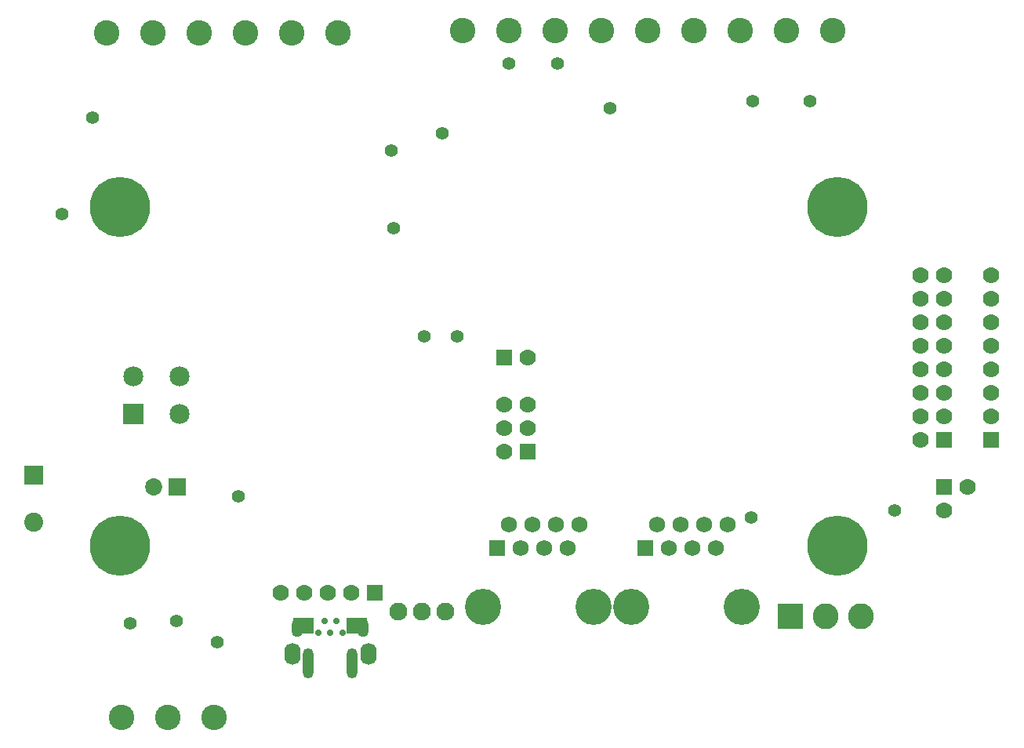
<source format=gbs>
G04 (created by PCBNEW (2013-07-07 BZR 4022)-stable) date 4/21/2018 10:45:42 AM*
%MOIN*%
G04 Gerber Fmt 3.4, Leading zero omitted, Abs format*
%FSLAX34Y34*%
G01*
G70*
G90*
G04 APERTURE LIST*
%ADD10C,0.00590551*%
%ADD11R,0.11X0.11*%
%ADD12C,0.11*%
%ADD13R,0.07X0.07*%
%ADD14C,0.07*%
%ADD15R,0.0729921X0.0729921*%
%ADD16C,0.0729921*%
%ADD17C,0.108425*%
%ADD18R,0.0808661X0.0808661*%
%ADD19C,0.0808661*%
%ADD20C,0.055*%
%ADD21C,0.076*%
%ADD22C,0.1537*%
%ADD23R,0.0691X0.0691*%
%ADD24C,0.0691*%
%ADD25C,0.255906*%
%ADD26O,0.0493701X0.0769291*%
%ADD27C,0.0277165*%
%ADD28C,0.085*%
%ADD29R,0.085X0.085*%
%ADD30O,0.0690551X0.0926772*%
%ADD31R,0.0887402X0.0662992*%
%ADD32R,0.0887402X0.0674803*%
%ADD33O,0.0454331X0.12811*%
G04 APERTURE END LIST*
G54D10*
G54D11*
X64248Y-44094D03*
G54D12*
X65748Y-44094D03*
X67248Y-44094D03*
G54D13*
X46600Y-43100D03*
G54D14*
X45600Y-43100D03*
X44600Y-43100D03*
X43600Y-43100D03*
X42600Y-43100D03*
G54D13*
X53100Y-37100D03*
G54D14*
X52100Y-37100D03*
X53100Y-36100D03*
X52100Y-36100D03*
X53100Y-35100D03*
X52100Y-35100D03*
G54D15*
X38192Y-38600D03*
G54D16*
X37207Y-38600D03*
G54D17*
X35178Y-19300D03*
X37147Y-19300D03*
X39115Y-19300D03*
X41084Y-19300D03*
X45021Y-19300D03*
X43052Y-19300D03*
G54D18*
X32100Y-38115D03*
G54D19*
X32100Y-40084D03*
G54D20*
X40800Y-39000D03*
G54D21*
X49600Y-43900D03*
X48600Y-43900D03*
X47600Y-43900D03*
G54D13*
X70800Y-38600D03*
G54D14*
X70800Y-39600D03*
G54D22*
X62180Y-43700D03*
X57507Y-43700D03*
G54D23*
X58092Y-41200D03*
G54D24*
X58592Y-40200D03*
X59092Y-41200D03*
X59592Y-40200D03*
X60092Y-41200D03*
X60592Y-40200D03*
X61092Y-41200D03*
X61592Y-40200D03*
G54D22*
X55881Y-43700D03*
X51208Y-43700D03*
G54D23*
X51793Y-41200D03*
G54D24*
X52293Y-40200D03*
X52793Y-41200D03*
X53293Y-40200D03*
X53793Y-41200D03*
X54293Y-40200D03*
X54793Y-41200D03*
X55293Y-40200D03*
G54D13*
X52100Y-33100D03*
G54D14*
X53100Y-33100D03*
G54D25*
X66255Y-26714D03*
X66255Y-41085D03*
X35744Y-26714D03*
X35744Y-41085D03*
G54D26*
X46107Y-44600D03*
X43292Y-44600D03*
G54D27*
X44955Y-44292D03*
X44700Y-44796D03*
X44444Y-44292D03*
X44188Y-44796D03*
X45211Y-44796D03*
G54D14*
X70800Y-29600D03*
X70800Y-30600D03*
X70800Y-31600D03*
X70800Y-32600D03*
X70800Y-33600D03*
X70800Y-34600D03*
X70800Y-35600D03*
G54D13*
X70800Y-36600D03*
X72800Y-36600D03*
G54D14*
X72800Y-35600D03*
X72800Y-34600D03*
X72800Y-33600D03*
X72800Y-32600D03*
X72800Y-31600D03*
X72800Y-30600D03*
X72800Y-29600D03*
X69800Y-29600D03*
X69800Y-30600D03*
X69800Y-31600D03*
X69800Y-32600D03*
X69800Y-33600D03*
X69800Y-34600D03*
X69800Y-35600D03*
X69800Y-36600D03*
G54D28*
X38284Y-33913D03*
X38284Y-35487D03*
G54D29*
X36316Y-35487D03*
G54D28*
X36316Y-33913D03*
G54D20*
X49450Y-23550D03*
X39900Y-45200D03*
X38150Y-44300D03*
X56600Y-22500D03*
X54350Y-20600D03*
X52300Y-20600D03*
X36200Y-44400D03*
X48700Y-32200D03*
X47300Y-24300D03*
X47400Y-27600D03*
X33300Y-27000D03*
X34600Y-22900D03*
X50100Y-32200D03*
X65100Y-22200D03*
X62650Y-22200D03*
G54D17*
X39768Y-48400D03*
X35831Y-48400D03*
X37800Y-48400D03*
X66074Y-19200D03*
X64105Y-19200D03*
X62137Y-19200D03*
X60168Y-19200D03*
X58200Y-19200D03*
X56231Y-19200D03*
X54262Y-19200D03*
X50325Y-19200D03*
X52294Y-19200D03*
G54D13*
X70800Y-38600D03*
G54D14*
X71800Y-38600D03*
G54D20*
X68700Y-39600D03*
X62600Y-39900D03*
G54D30*
X43085Y-45700D03*
G54D31*
X45841Y-44487D03*
G54D32*
X43558Y-44487D03*
G54D30*
X46314Y-45700D03*
G54D33*
X43764Y-46113D03*
X45635Y-46113D03*
M02*

</source>
